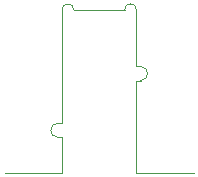
<source format=gbr>
G04 Layer_Color=16711935*
%FSLAX45Y45*%
%MOMM*%
%TF.FileFunction,Other,Mechanical_1*%
%TF.Part,Single*%
G01*
G75*
%TA.AperFunction,NonConductor*%
%ADD51C,0.00000*%
D51*
X3335000Y3040000D02*
G03*
X3235000Y3040000I-50000J0D01*
G01*
X3865000D02*
G03*
X3765000Y3040000I-50000J0D01*
G01*
X3200000Y2080000D02*
G03*
X3200000Y1960000I0J-60000D01*
G01*
X3900000Y2440000D02*
G03*
X3900000Y2560000I0J60000D01*
G01*
X2750002Y1660002D02*
X3235000D01*
Y1960001D01*
Y2080001D02*
Y3039999D01*
X3335000D02*
X3765001D01*
X3865001Y2560000D02*
Y3039999D01*
Y1660002D02*
Y2440000D01*
Y1660002D02*
X4349999D01*
X3199999Y2080001D02*
X3235000D01*
X3199999Y1960001D02*
X3235000D01*
X3865001Y2440000D02*
X3900002D01*
X3865001Y2560000D02*
X3900002D01*
%TF.MD5,17a25708229628ca8e8a00362f4a741b*%
M02*

</source>
